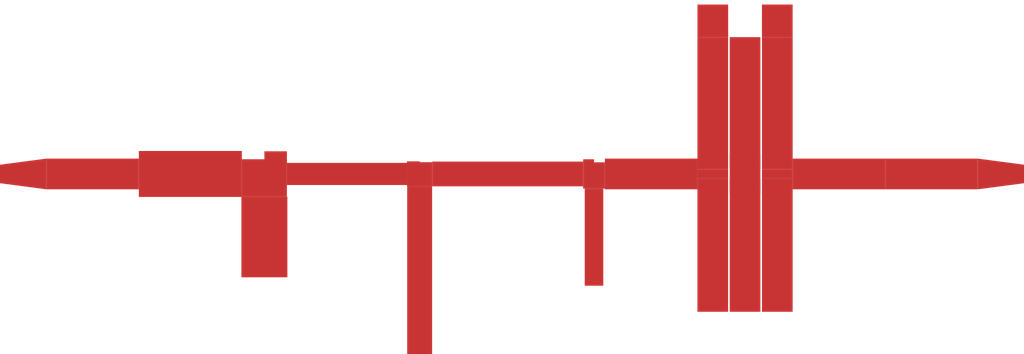
<source format=kicad_pcb>
(kicad_pcb
	(version 20240108)
	(generator "pcbnew")
	(generator_version "8.0")
	(general
		(thickness 1.6)
		(legacy_teardrops no)
	)
	(paper "A4")
	(layers
		(0 "F.Cu" signal)
		(31 "B.Cu" signal)
		(32 "B.Adhes" user "B.Adhesive")
		(33 "F.Adhes" user "F.Adhesive")
		(34 "B.Paste" user)
		(35 "F.Paste" user)
		(36 "B.SilkS" user "B.Silkscreen")
		(37 "F.SilkS" user "F.Silkscreen")
		(38 "B.Mask" user)
		(39 "F.Mask" user)
		(40 "Dwgs.User" user "User.Drawings")
		(41 "Cmts.User" user "User.Comments")
		(42 "Eco1.User" user "User.Eco1")
		(43 "Eco2.User" user "User.Eco2")
		(44 "Edge.Cuts" user)
		(45 "Margin" user)
		(46 "B.CrtYd" user "B.Courtyard")
		(47 "F.CrtYd" user "F.Courtyard")
	)
	(setup
		(pad_to_mask_clearance 0)
		(allow_soldermask_bridges_in_footprints no)
		(pcbplotparams
			(layerselection 0x00010fc_ffffffff)
			(plot_on_all_layers_selection 0x0000000_00000000)
			(disableapertmacros no)
			(usegerberextensions no)
			(usegerberattributes yes)
			(usegerberadvancedattributes yes)
			(creategerberjobfile yes)
			(dashed_line_dash_ratio 12.000000)
			(dashed_line_gap_ratio 3.000000)
			(svgprecision 4)
			(plotframeref no)
			(viasonmask no)
			(mode 1)
			(useauxorigin no)
			(hpglpennumber 1)
			(hpglpenspeed 20)
			(hpglpendiameter 15.000000)
			(pdf_front_fp_property_popups yes)
			(pdf_back_fp_property_popups yes)
			(dxfpolygonmode yes)
			(dxfimperialunits yes)
			(dxfusepcbnewfont yes)
			(psnegative no)
			(psa4output no)
			(plotreference yes)
			(plotvalue yes)
			(plotfptext yes)
			(plotinvisibletext no)
			(sketchpadsonfab no)
			(subtractmaskfromsilk no)
			(outputformat 1)
			(mirror no)
			(drillshape 1)
			(scaleselection 1)
			(outputdirectory "")
		)
	)
	(net 0 "")
	(gr_poly
		(pts
			(xy 165.57374 86.65914) (xy 165.57374 82.34368) (xy 162.25904 82.34368) (xy 162.25904 86.65914)
		)
		(stroke
			(width 0)
			(type solid)
		)
		(fill solid)
		(layer "F.Cu")
		(uuid "07bd1465-7271-4127-826b-03fbaf7595ce")
	)
	(gr_poly
		(pts
			(xy 158.77416 85.00052) (xy 162.08886 85.00052) (xy 162.08886 99.38962) (xy 158.77416 99.38962)
		)
		(stroke
			(width 0)
			(type solid)
		)
		(fill solid)
		(layer "F.Cu")
		(uuid "27747cf6-ae51-4337-8a90-5e953078a3d9")
	)
	(gr_poly
		(pts
			(xy 179.05734 82.84264) (xy 169.05733 82.84264) (xy 169.05733 86.15764) (xy 179.05734 86.15764)
		)
		(stroke
			(width 0)
			(type solid)
		)
		(fill solid)
		(layer "F.Cu")
		(uuid "2f36b38a-bb1a-446e-b914-a103c073332c")
	)
	(gr_poly
		(pts
			(xy 114.47684 86.9492) (xy 109.50804 86.9492) (xy 109.50804 95.66549) (xy 114.47684 95.66549)
		)
		(stroke
			(width 0)
			(type solid)
		)
		(fill solid)
		(layer "F.Cu")
		(uuid "3b275cac-a2d8-46b1-aeb9-7c504117cbdc")
	)
	(gr_poly
		(pts
			(xy 158.7729 82.84264) (xy 148.77289 82.84264) (xy 148.77289 86.15764) (xy 158.7729 86.15764)
		)
		(stroke
			(width 0)
			(type solid)
		)
		(fill solid)
		(layer "F.Cu")
		(uuid "3deb8c25-6dfa-4131-a549-5a8f4baaaaef")
	)
	(gr_poly
		(pts
			(xy 169.0575 66.19867) (xy 165.7425 66.19867) (xy 165.7425 69.72066) (xy 169.0575 69.72066)
		)
		(stroke
			(width 0)
			(type solid)
		)
		(fill solid)
		(layer "F.Cu")
		(uuid "41523082-c20b-40c4-83a4-949d0b333b11")
	)
	(gr_poly
		(pts
			(xy 165.74138 85.00052) (xy 169.05862 85.00052) (xy 169.05862 99.38962) (xy 165.74138 99.38962)
		)
		(stroke
			(width 0)
			(type solid)
		)
		(fill solid)
		(layer "F.Cu")
		(uuid "4986ab55-d6ba-4093-b73e-7bef6fde49d5")
	)
	(gr_poly
		(pts
			(xy 189.05858 82.84406) (xy 189.05858 86.15876) (xy 194.0573 85.5009) (xy 194.0573 83.50192)
		)
		(stroke
			(width 0)
			(type solid)
		)
		(fill solid)
		(layer "F.Cu")
		(uuid "4bfb924c-6a55-4d36-a938-fffe6effa57f")
	)
	(gr_poly
		(pts
			(xy 165.74138 69.71988) (xy 169.05862 69.71988) (xy 169.05862 83.99976) (xy 165.74138 83.99976)
		)
		(stroke
			(width 0)
			(type solid)
		)
		(fill solid)
		(layer "F.Cu")
		(uuid "50404dfd-c626-4caa-aa58-338effc53d8c")
	)
	(gr_poly
		(pts
			(xy 162.25904 85.00052) (xy 165.57374 85.00052) (xy 165.57374 99.38962) (xy 162.25904 99.38962)
		)
		(stroke
			(width 0)
			(type solid)
		)
		(fill solid)
		(layer "F.Cu")
		(uuid "55f63c5b-7c38-409a-93f6-e5799f71c68f")
	)
	(gr_poly
		(pts
			(xy 127.40008 83.13616) (xy 127.40008 85.86666) (xy 130.12804 85.86666) (xy 130.12804 83.2276) (xy 128.76406 83.2276)
			(xy 128.76406 83.13616)
		)
		(stroke
			(width 0)
			(type solid)
		)
		(fill solid)
		(layer "F.Cu")
		(uuid "5d4ded85-340d-4926-8804-2a51c596a272")
	)
	(gr_poly
		(pts
			(xy 130.10956 85.86524) (xy 127.41856 85.86524) (xy 127.41856 103.96304) (xy 130.10956 103.96304)
		)
		(stroke
			(width 0)
			(type solid)
		)
		(fill solid)
		(layer "F.Cu")
		(uuid "72797c25-2264-475e-b306-3f3d97206443")
	)
	(gr_poly
		(pts
			(xy 127.40037 83.30524) (xy 114.42547 83.30524) (xy 114.42547 85.69505) (xy 127.40037 85.69505)
		)
		(stroke
			(width 0)
			(type solid)
		)
		(fill solid)
		(layer "F.Cu")
		(uuid "7b79835a-7293-4499-91ae-7d0096b0483b")
	)
	(gr_poly
		(pts
			(xy 109.55912 82.91264) (xy 109.55912 86.9487) (xy 114.42576 86.9487) (xy 114.42576 82.05412) (xy 111.99244 82.05412)
			(xy 111.99244 82.91264)
		)
		(stroke
			(width 0)
			(type solid)
		)
		(fill solid)
		(layer "F.Cu")
		(uuid "7e545e71-66af-4b7f-a34c-fd7f21aa7fb2")
	)
	(gr_poly
		(pts
			(xy 189.05732 82.84235) (xy 179.05731 82.84235) (xy 179.05731 86.15794) (xy 189.05732 86.15794)
		)
		(stroke
			(width 0)
			(type solid)
		)
		(fill solid)
		(layer "F.Cu")
		(uuid "a592c46d-66b1-4f59-bd5b-321072106a7c")
	)
	(gr_poly
		(pts
			(xy 162.08886 83.99976) (xy 158.77416 83.99976) (xy 158.77416 85.00052) (xy 162.08886 85.00052)
		)
		(stroke
			(width 0)
			(type solid)
		)
		(fill solid)
		(layer "F.Cu")
		(uuid "a87aefd1-74cb-4edd-8d99-354510eab70c")
	)
	(gr_poly
		(pts
			(xy 98.43266 82.84235) (xy 88.43265 82.84235) (xy 88.43265 86.15794) (xy 98.43266 86.15794)
		)
		(stroke
			(width 0)
			(type solid)
		)
		(fill solid)
		(layer "F.Cu")
		(uuid "c8d32a79-a52d-45f8-9eb3-467873d6839f")
	)
	(gr_poly
		(pts
			(xy 158.77416 69.71988) (xy 162.08886 69.71988) (xy 162.08886 83.99976) (xy 158.77416 83.99976)
		)
		(stroke
			(width 0)
			(type solid)
		)
		(fill solid)
		(layer "F.Cu")
		(uuid "cbdfb92e-a406-4b7e-bc3a-7ab39a6984f0")
	)
	(gr_poly
		(pts
			(xy 165.74138 85.00052) (xy 169.05862 85.00052) (xy 169.05862 83.99976) (xy 165.74138 83.99976)
		)
		(stroke
			(width 0)
			(type solid)
		)
		(fill solid)
		(layer "F.Cu")
		(uuid "d32120f4-3187-4d70-9b03-3c038dedb01a")
	)
	(gr_poly
		(pts
			(xy 162.09028 66.19867) (xy 158.77528 66.19867) (xy 158.77528 69.72066) (xy 162.09028 69.72066)
		)
		(stroke
			(width 0)
			(type solid)
		)
		(fill solid)
		(layer "F.Cu")
		(uuid "d66cec2e-1d6c-43de-a14a-c8fb72c0a418")
	)
	(gr_poly
		(pts
			(xy 148.6024 86.08645) (xy 146.599 86.08645) (xy 146.599 96.57396) (xy 148.6024 96.57396)
		)
		(stroke
			(width 0)
			(type solid)
		)
		(fill solid)
		(layer "F.Cu")
		(uuid "da4db1cd-1968-49d6-8f6d-181a5a106318")
	)
	(gr_poly
		(pts
			(xy 146.42976 82.91518) (xy 146.42976 86.0851) (xy 148.77418 86.0851) (xy 148.77418 83.24284) (xy 147.6007 83.24284)
			(xy 147.6007 82.91518)
		)
		(stroke
			(width 0)
			(type solid)
		)
		(fill solid)
		(layer "F.Cu")
		(uuid "dfcdae70-ee1f-49cc-a7d5-9e19482f28c6")
	)
	(gr_poly
		(pts
			(xy 162.25904 69.71988) (xy 165.57374 69.71988) (xy 165.57374 83.99976) (xy 162.25904 83.99976)
		)
		(stroke
			(width 0)
			(type solid)
		)
		(fill solid)
		(layer "F.Cu")
		(uuid "e2f25fb6-5582-437b-9255-16f3229fb724")
	)
	(gr_poly
		(pts
			(xy 146.42889 83.16465) (xy 130.1289 83.16465) (xy 130.1289 85.83564) (xy 146.42889 85.83564)
		)
		(stroke
			(width 0)
			(type solid)
		)
		(fill solid)
		(layer "F.Cu")
		(uuid "e4259726-297c-41a9-b0de-6dfe6ae5fc4a")
	)
	(gr_poly
		(pts
			(xy 88.43394 86.15876) (xy 88.43394 82.84406) (xy 83.43268 83.50192) (xy 83.43268 85.5009)
		)
		(stroke
			(width 0)
			(type solid)
		)
		(fill solid)
		(layer "F.Cu")
		(uuid "ed9aa47a-adb8-41f2-b364-993ce72eb35c")
	)
	(gr_poly
		(pts
			(xy 109.55956 82.01755) (xy 98.43347 82.01755) (xy 98.43347 86.98274) (xy 109.55956 86.98274)
		)
		(stroke
			(width 0)
			(type solid)
		)
		(fill solid)
		(layer "F.Cu")
		(uuid "f2aec3ab-fd26-4b7c-a1b5-65875eb6d654")
	)
	(gr_line
		(start 159.43202 102.3919)
		(end 161.431 102.3919)
		(stroke
			(width 0.02499)
			(type solid)
		)
		(layer "Cmts.User")
		(uuid "3a57e44e-3323-4be4-b0b3-b2d2bb5fe3a1")
	)
	(gr_line
		(start 160.43278 99.38962)
		(end 160.43278 101.39114)
		(stroke
			(width 0.02499)
			(type solid)
		)
		(layer "Cmts.User")
		(uuid "3ef77ed5-ca7a-47a4-ad83-2b20e5b2a558")
	)
	(gr_line
		(start 165.40102 101.39114)
		(end 169.39898 101.39114)
		(stroke
			(width 0.02499)
			(type solid)
		)
		(layer "Cmts.User")
		(uuid "40e9d2bf-54e5-49ac-a815-f01c3aa80a3d")
	)
	(gr_line
		(start 159.9324 103.39012)
		(end 160.93062 103.39012)
		(stroke
			(width 0.02499)
			(type solid)
		)
		(layer "Cmts.User")
		(uuid "41852bdf-30e5-43fc-a9d9-1e0e8c621923")
	)
	(gr_line
		(start 166.39924 102.3919)
		(end 168.40076 102.3919)
		(stroke
			(width 0.02499)
			(type solid)
		)
		(layer "Cmts.User")
		(uuid "4a1c9e6e-f0e6-4bbe-b6b8-a5abd11e7aca")
	)
	(gr_line
		(start 164.4155 65.72192)
		(end 163.41474 65.72192)
		(stroke
			(width 0.02499)
			(type solid)
		)
		(layer "Cmts.User")
		(uuid "647232bf-78d5-4120-9530-af41a76533cf")
	)
	(gr_line
		(start 165.91664 67.7209)
		(end 161.91614 67.7209)
		(stroke
			(width 0.02499)
			(type solid)
		)
		(layer "Cmts.User")
		(uuid "6fbbd863-ebe1-4fae-a716-691a8bccffaf")
	)
	(gr_line
		(start 158.43126 101.39114)
		(end 162.43176 101.39114)
		(stroke
			(width 0.02499)
			(type solid)
		)
		(layer "Cmts.User")
		(uuid "802158ca-9e3f-4842-94bc-73f3efb3070c")
	)
	(gr_line
		(start 163.91512 69.71988)
		(end 163.91512 67.7209)
		(stroke
			(width 0.02499)
			(type solid)
		)
		(layer "Cmts.User")
		(uuid "90b2910c-1208-4998-a2d6-9bd9198e5da9")
	)
	(gr_line
		(start 164.91588 66.72014)
		(end 162.9169 66.72014)
		(stroke
			(width 0.02499)
			(type solid)
		)
		(layer "Cmts.User")
		(uuid "9b1c9bf8-bce2-42b1-99a2-32a502fe3401")
	)
	(gr_line
		(start 166.89962 103.39012)
		(end 167.90038 103.39012)
		(stroke
			(width 0.02499)
			(type solid)
		)
		(layer "Cmts.User")
		(uuid "f0fb3338-6bfb-493b-bb19-a31c6ccef4e7")
	)
	(gr_line
		(start 167.4 99.38962)
		(end 167.4 101.39114)
		(stroke
			(width 0.02499)
			(type solid)
		)
		(layer "Cmts.User")
		(uuid "ffe7fe7c-e6c5-4f83-95f8-244bdba268e8")
	)
	(segment
		(start 167.4 91)
		(end 167.4 92.00076)
		(width 0.02499)
		(layer "F.Cu")
		(net 0)
		(uuid "12f56f3e-dd6e-43ca-96c1-a67bac4a4392")
	)
	(segment
		(start 167.4 91)
		(end 166.89962 92.00076)
		(width 0.02499)
		(layer "F.Cu")
		(net 0)
		(uuid "54e2bec6-5837-47e4-8348-85be06f3e545")
	)
	(segment
		(start 167.4 92.00076)
		(end 166.89962 92.00076)
		(width 0.02499)
		(layer "F.Cu")
		(net 0)
		(uuid "5773b726-2bc3-4366-bd08-122d1e27296d")
	)
	(segment
		(start 167.4 92.00076)
		(end 166.89962 91)
		(width 0.02499)
		(layer "F.Cu")
		(net 0)
		(uuid "799452f3-397b-422c-a7a9-a1e9101e28bd")
	)
	(segment
		(start 166.89962 91)
		(end 167.4 91)
		(width 0.02499)
		(layer "F.Cu")
		(net 0)
		(uuid "93a7e8fb-222b-43fd-aa99-b5ab0d79de8b")
	)
	(segment
		(start 166.89962 92.00076)
		(end 166.89962 91)
		(width 0.02499)
		(layer "F.Cu")
		(net 0)
		(uuid "f5000f42-22cd-4e20-b59b-2a88f419f090")
	)
)

</source>
